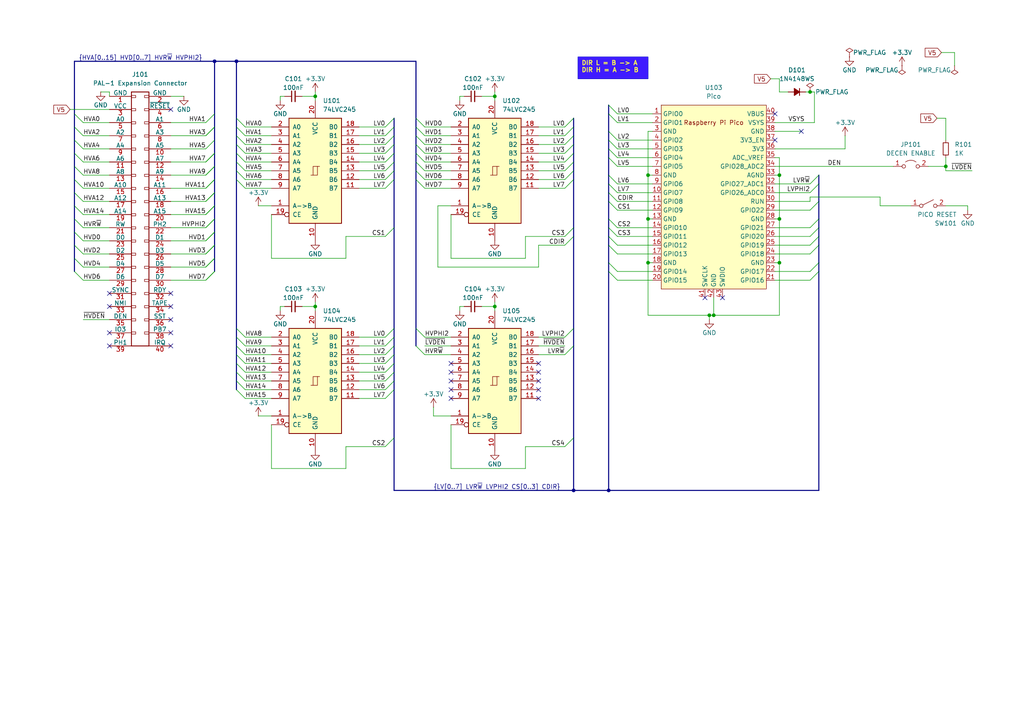
<source format=kicad_sch>
(kicad_sch (version 20231120) (generator "eeschema") (generator_version "8.0")
  (paper "A4")
  (lib_symbols
    (symbol "74xx:74LS245" (pin_names (offset 1.016))
      (property "Reference" "U" (at -7.62 16.51 0))
      (property "Value" "74LS245" (at -7.62 -16.51 0))
      (symbol "74LS245_1_0"
        (pin input line (at -12.7 -10.16 0) (length 5.08) (name "A->B") (number "1"))
        (pin power_in line (at 0 -20.32 90) (length 5.08) (name "GND") (number "10"))
        (pin tri_state line (at 12.7 -5.08 180) (length 5.08) (name "B7") (number "11"))
        (pin tri_state line (at 12.7 -2.54 180) (length 5.08) (name "B6") (number "12"))
        (pin tri_state line (at 12.7 0 180) (length 5.08) (name "B5") (number "13"))
        (pin tri_state line (at 12.7 2.54 180) (length 5.08) (name "B4") (number "14"))
        (pin tri_state line (at 12.7 5.08 180) (length 5.08) (name "B3") (number "15"))
        (pin tri_state line (at 12.7 7.62 180) (length 5.08) (name "B2") (number "16"))
        (pin tri_state line (at 12.7 10.16 180) (length 5.08) (name "B1") (number "17"))
        (pin tri_state line (at 12.7 12.7 180) (length 5.08) (name "B0") (number "18"))
        (pin input inverted (at -12.7 -12.7 0) (length 5.08) (name "CE") (number "19"))
        (pin tri_state line (at -12.7 12.7 0) (length 5.08) (name "A0") (number "2"))
        (pin power_in line (at 0 20.32 270) (length 5.08) (name "VCC") (number "20"))
        (pin tri_state line (at -12.7 10.16 0) (length 5.08) (name "A1") (number "3"))
        (pin tri_state line (at -12.7 7.62 0) (length 5.08) (name "A2") (number "4"))
        (pin tri_state line (at -12.7 5.08 0) (length 5.08) (name "A3") (number "5"))
        (pin tri_state line (at -12.7 2.54 0) (length 5.08) (name "A4") (number "6"))
        (pin tri_state line (at -12.7 0 0) (length 5.08) (name "A5") (number "7"))
        (pin tri_state line (at -12.7 -2.54 0) (length 5.08) (name "A6") (number "8"))
        (pin tri_state line (at -12.7 -5.08 0) (length 5.08) (name "A7") (number "9"))
      )
    )
    (symbol "Device:C_Small" (pin_numbers hide) (pin_names (offset 0.254) hide)
      (property "Reference" "C" (at 0.254 1.778 0))
      (property "Value" "C_Small" (at 0.254 -2.032 0))
      (symbol "C_Small_1_1"
        (pin passive line (at 0 2.54 270) (length 2.032) (name "~") (number "1"))
        (pin passive line (at 0 -2.54 90) (length 2.032) (name "~") (number "2"))
      )
    )
    (symbol "Device:D_Small_Filled" (pin_numbers hide) (pin_names (offset 0.254) hide)
      (property "Reference" "D" (at -1.27 2.032 0))
      (property "Value" "D_Small_Filled" (at -3.81 -2.032 0))
      (symbol "D_Small_Filled_1_1"
        (pin passive line (at -2.54 0 0) (length 1.778) (name "K") (number "1"))
        (pin passive line (at 2.54 0 180) (length 1.778) (name "A") (number "2"))
      )
    )
    (symbol "Device:R_Small" (pin_numbers hide) (pin_names (offset 0.254) hide)
      (property "Reference" "R" (at 0.762 0.508 0))
      (property "Value" "R_Small" (at 0.762 -1.016 0))
      (symbol "R_Small_1_1"
        (pin passive line (at 0 2.54 270) (length 0.762) (name "~") (number "1"))
        (pin passive line (at 0 -2.54 90) (length 0.762) (name "~") (number "2"))
      )
    )
    (symbol "Jumper:Jumper_2_Open" (pin_names (offset 0) hide)
      (property "Reference" "JP" (at 0 2.794 0))
      (property "Value" "Jumper_2_Open" (at 0 -2.286 0))
      (symbol "Jumper_2_Open_1_1"
        (pin passive line (at -5.08 0 0) (length 2.54) (name "A") (number "1"))
        (pin passive line (at 5.08 0 180) (length 2.54) (name "B") (number "2"))
      )
    )
    (symbol "RP-Pico:Pico"
      (property "Reference" "U" (at -13.97 27.94 0))
      (property "Value" "Pico" (at 0 19.05 0))
      (symbol "Pico_0_0"
        (text "Raspberry Pi Pico" (at 0 21.59 0) (effects (font (size 1.27 1.27))))
      )
      (symbol "Pico_1_1"
        (pin bidirectional line (at -17.78 24.13 0) (length 2.54) (name "GPIO0") (number "1"))
        (pin bidirectional line (at -17.78 1.27 0) (length 2.54) (name "GPIO7") (number "10"))
        (pin bidirectional line (at -17.78 -1.27 0) (length 2.54) (name "GPIO8") (number "11"))
        (pin bidirectional line (at -17.78 -3.81 0) (length 2.54) (name "GPIO9") (number "12"))
        (pin power_in line (at -17.78 -6.35 0) (length 2.54) (name "GND") (number "13"))
        (pin bidirectional line (at -17.78 -8.89 0) (length 2.54) (name "GPIO10") (number "14"))
        (pin bidirectional line (at -17.78 -11.43 0) (length 2.54) (name "GPIO11") (number "15"))
        (pin bidirectional line (at -17.78 -13.97 0) (length 2.54) (name "GPIO12") (number "16"))
        (pin bidirectional line (at -17.78 -16.51 0) (length 2.54) (name "GPIO13") (number "17"))
        (pin power_in line (at -17.78 -19.05 0) (length 2.54) (name "GND") (number "18"))
        (pin bidirectional line (at -17.78 -21.59 0) (length 2.54) (name "GPIO14") (number "19"))
        (pin bidirectional line (at -17.78 21.59 0) (length 2.54) (name "GPIO1") (number "2"))
        (pin bidirectional line (at -17.78 -24.13 0) (length 2.54) (name "GPIO15") (number "20"))
        (pin bidirectional line (at 17.78 -24.13 180) (length 2.54) (name "GPIO16") (number "21"))
        (pin bidirectional line (at 17.78 -21.59 180) (length 2.54) (name "GPIO17") (number "22"))
        (pin power_in line (at 17.78 -19.05 180) (length 2.54) (name "GND") (number "23"))
        (pin bidirectional line (at 17.78 -16.51 180) (length 2.54) (name "GPIO18") (number "24"))
        (pin bidirectional line (at 17.78 -13.97 180) (length 2.54) (name "GPIO19") (number "25"))
        (pin bidirectional line (at 17.78 -11.43 180) (length 2.54) (name "GPIO20") (number "26"))
        (pin bidirectional line (at 17.78 -8.89 180) (length 2.54) (name "GPIO21") (number "27"))
        (pin power_in line (at 17.78 -6.35 180) (length 2.54) (name "GND") (number "28"))
        (pin bidirectional line (at 17.78 -3.81 180) (length 2.54) (name "GPIO22") (number "29"))
        (pin power_in line (at -17.78 19.05 0) (length 2.54) (name "GND") (number "3"))
        (pin input line (at 17.78 -1.27 180) (length 2.54) (name "RUN") (number "30"))
        (pin bidirectional line (at 17.78 1.27 180) (length 2.54) (name "GPIO26_ADC0") (number "31"))
        (pin bidirectional line (at 17.78 3.81 180) (length 2.54) (name "GPIO27_ADC1") (number "32"))
        (pin power_in line (at 17.78 6.35 180) (length 2.54) (name "AGND") (number "33"))
        (pin bidirectional line (at 17.78 8.89 180) (length 2.54) (name "GPIO28_ADC2") (number "34"))
        (pin power_in line (at 17.78 11.43 180) (length 2.54) (name "ADC_VREF") (number "35"))
        (pin power_in line (at 17.78 13.97 180) (length 2.54) (name "3V3") (number "36"))
        (pin input line (at 17.78 16.51 180) (length 2.54) (name "3V3_EN") (number "37"))
        (pin bidirectional line (at 17.78 19.05 180) (length 2.54) (name "GND") (number "38"))
        (pin power_in line (at 17.78 21.59 180) (length 2.54) (name "VSYS") (number "39"))
        (pin bidirectional line (at -17.78 16.51 0) (length 2.54) (name "GPIO2") (number "4"))
        (pin power_in line (at 17.78 24.13 180) (length 2.54) (name "VBUS") (number "40"))
        (pin input line (at -2.54 -29.21 90) (length 2.54) (name "SWCLK") (number "41"))
        (pin power_in line (at 0 -29.21 90) (length 2.54) (name "GND") (number "42"))
        (pin bidirectional line (at 2.54 -29.21 90) (length 2.54) (name "SWDIO") (number "43"))
        (pin bidirectional line (at -17.78 13.97 0) (length 2.54) (name "GPIO3") (number "5"))
        (pin bidirectional line (at -17.78 11.43 0) (length 2.54) (name "GPIO4") (number "6"))
        (pin bidirectional line (at -17.78 8.89 0) (length 2.54) (name "GPIO5") (number "7"))
        (pin power_in line (at -17.78 6.35 0) (length 2.54) (name "GND") (number "8"))
        (pin bidirectional line (at -17.78 3.81 0) (length 2.54) (name "GPIO6") (number "9"))
      )
    )
    (symbol "Switch:SW_SPST" (pin_names (offset 0) hide)
      (property "Reference" "SW" (at 0 3.175 0))
      (property "Value" "SW_SPST" (at 0 -2.54 0))
      (symbol "SW_SPST_1_1"
        (pin passive line (at -5.08 0 0) (length 2.54) (name "A") (number "1"))
        (pin passive line (at 5.08 0 180) (length 2.54) (name "B") (number "2"))
      )
    )
    (symbol "pal1:Expansion_Connector" (pin_names (offset 0))
      (property "Reference" "J" (at 1.285 25.4 0))
      (property "Value" "PAL-1 Expansion Connector" (at 1.27 -55.118 0))
      (symbol "Expansion_Connector_1_1"
        (pin power_in line (at -7.62 22.86 0) (length 6.35) (name "GND") (number "1"))
        (pin passive line (at 10.16 7.62 180) (length 6.35) (name "A5") (number "10"))
        (pin passive line (at -7.62 3.81 0) (length 6.35) (name "A6") (number "11"))
        (pin passive line (at 10.16 3.81 180) (length 6.35) (name "A7") (number "12"))
        (pin passive line (at -7.62 0 0) (length 6.35) (name "A8") (number "13"))
        (pin passive line (at 10.16 0 180) (length 6.35) (name "A9") (number "14"))
        (pin passive line (at -7.62 -3.81 0) (length 6.35) (name "A10") (number "15"))
        (pin passive line (at 10.16 -3.81 180) (length 6.35) (name "A11") (number "16"))
        (pin passive line (at -7.62 -7.62 0) (length 6.35) (name "A12") (number "17"))
        (pin passive line (at 10.16 -7.62 180) (length 6.35) (name "A13") (number "18"))
        (pin passive line (at -7.62 -11.43 0) (length 6.35) (name "A14") (number "19"))
        (pin power_in line (at 10.16 22.86 180) (length 6.35) (name "GND") (number "2"))
        (pin passive line (at 10.16 -11.43 180) (length 6.35) (name "A15") (number "20"))
        (pin passive line (at -7.62 -15.24 0) (length 6.35) (name "RW") (number "21"))
        (pin passive line (at 10.16 -15.24 180) (length 6.35) (name "PH2") (number "22"))
        (pin passive line (at -7.62 -19.05 0) (length 6.35) (name "D0") (number "23"))
        (pin passive line (at 10.16 -19.05 180) (length 6.35) (name "D1") (number "24"))
        (pin passive line (at -7.62 -22.86 0) (length 6.35) (name "D2") (number "25"))
        (pin passive line (at 10.16 -22.86 180) (length 6.35) (name "D3") (number "26"))
        (pin passive line (at -7.62 -26.67 0) (length 6.35) (name "D4") (number "27"))
        (pin passive line (at 10.16 -26.67 180) (length 6.35) (name "D5") (number "28"))
        (pin passive line (at -7.62 -30.48 0) (length 6.35) (name "D6") (number "29"))
        (pin passive line (at -7.62 19.05 0) (length 6.35) (name "VCC") (number "3"))
        (pin passive line (at 10.16 -30.48 180) (length 6.35) (name "D7") (number "30"))
        (pin passive line (at -7.62 -34.29 0) (length 6.35) (name "SYNC") (number "31"))
        (pin passive line (at 10.16 -34.29 180) (length 6.35) (name "RDY") (number "32"))
        (pin passive line (at -7.62 -38.1 0) (length 6.35) (name "NMI") (number "33"))
        (pin passive line (at 10.16 -38.1 180) (length 6.35) (name "TAPE") (number "34"))
        (pin passive line (at -7.62 -41.91 0) (length 6.35) (name "DEN") (number "35"))
        (pin passive line (at 10.16 -41.91 180) (length 6.35) (name "SST") (number "36"))
        (pin passive line (at -7.62 -45.72 0) (length 6.35) (name "IO3") (number "37"))
        (pin passive line (at 10.16 -45.72 180) (length 6.35) (name "PB7") (number "38"))
        (pin passive line (at -7.62 -49.53 0) (length 6.35) (name "PH1") (number "39"))
        (pin passive line (at 10.16 19.05 180) (length 6.35) (name "~{RESET}") (number "4"))
        (pin passive line (at 10.16 -49.53 180) (length 6.35) (name "IRQ") (number "40"))
        (pin passive line (at -7.62 15.24 0) (length 6.35) (name "A0") (number "5"))
        (pin passive line (at 10.16 15.24 180) (length 6.35) (name "A1") (number "6"))
        (pin passive line (at -7.62 11.43 0) (length 6.35) (name "A2") (number "7"))
        (pin passive line (at 10.16 11.43 180) (length 6.35) (name "A3") (number "8"))
        (pin passive line (at -7.62 7.62 0) (length 6.35) (name "A4") (number "9"))
      )
    )
    (symbol "power:+3.3V" (power) (pin_numbers hide) (pin_names (offset 0) hide)
      (property "Value" "+3.3V" (at 0 3.556 0))
      (symbol "+3.3V_1_1"
        (pin power_in line (at 0 0 90) (length 0) (name "~") (number "1"))
      )
    )
    (symbol "power:GND" (power) (pin_numbers hide) (pin_names (offset 0) hide)
      (property "Value" "GND" (at 0 -3.81 0))
      (symbol "GND_1_1"
        (pin power_in line (at 0 0 270) (length 0) (name "~") (number "1"))
      )
    )
    (symbol "power:PWR_FLAG" (power) (pin_numbers hide) (pin_names (offset 0) hide)
      (property "Value" "PWR_FLAG" (at 0 3.81 0))
      (symbol "PWR_FLAG_0_0"
        (pin power_out line (at 0 0 90) (length 0) (name "~") (number "1"))
      )
    )
  )
  (junction (at 187.96 50.8))
  (junction (at 68.58 17.78))
  (junction (at 143.51 27.94))
  (junction (at 226.06 63.5))
  (junction (at 91.44 88.9))
  (junction (at 176.53 142.24))
  (junction (at 226.06 76.2))
  (junction (at 187.96 76.2))
  (junction (at 62.23 17.78))
  (junction (at 226.06 50.8))
  (junction (at 234.95 26.67))
  (junction (at 207.01 91.44))
  (junction (at 166.37 142.24))
  (junction (at 143.51 88.9))
  (junction (at 205.74 91.44))
  (junction (at 274.32 48.26))
  (junction (at 187.96 63.5))
  (junction (at 91.44 27.94))
  (no_connect (at 130.81 115.57))
  (no_connect (at 130.81 107.95))
  (no_connect (at 31.75 85.09))
  (no_connect (at 156.21 115.57))
  (no_connect (at 156.21 113.03))
  (no_connect (at 49.53 92.71))
  (no_connect (at 156.21 110.49))
  (no_connect (at 224.79 33.02))
  (no_connect (at 49.53 96.52))
  (no_connect (at 49.53 85.09))
  (no_connect (at 156.21 107.95))
  (no_connect (at 130.81 110.49))
  (no_connect (at 224.79 40.64))
  (no_connect (at 49.53 88.9))
  (no_connect (at 31.75 88.9))
  (no_connect (at 156.21 105.41))
  (no_connect (at 130.81 105.41))
  (no_connect (at 49.53 31.75))
  (no_connect (at 31.75 96.52))
  (no_connect (at 49.53 100.33))
  (no_connect (at 204.47 86.36))
  (no_connect (at 209.55 86.36))
  (no_connect (at 31.75 100.33))
  (no_connect (at 232.41 38.1))
  (no_connect (at 130.81 113.03))
  (bus_entry (at 59.69 69.85) (size 2.54 -2.54))
  (bus_entry (at 176.53 76.2) (size 2.54 2.54))
  (bus_entry (at 111.76 39.37) (size 2.54 -2.54))
  (bus_entry (at 237.49 58.42) (size -2.54 2.54))
  (bus_entry (at 59.69 35.56) (size 2.54 -2.54))
  (bus_entry (at 176.53 71.12) (size 2.54 2.54))
  (bus_entry (at 68.58 110.49) (size 2.54 2.54))
  (bus_entry (at 120.65 46.99) (size 2.54 2.54))
  (bus_entry (at 21.59 74.93) (size 2.54 2.54))
  (bus_entry (at 163.83 44.45) (size 2.54 -2.54))
  (bus_entry (at 176.53 58.42) (size 2.54 2.54))
  (bus_entry (at 237.49 50.8) (size -2.54 2.54))
  (bus_entry (at 163.83 102.87) (size 2.54 -2.54))
  (bus_entry (at 21.59 36.83) (size 2.54 2.54))
  (bus_entry (at 21.59 55.88) (size 2.54 2.54))
  (bus_entry (at 176.53 40.64) (size 2.54 2.54))
  (bus_entry (at 176.53 33.02) (size 2.54 2.54))
  (bus_entry (at 111.76 41.91) (size 2.54 -2.54))
  (bus_entry (at 176.53 66.04) (size 2.54 2.54))
  (bus_entry (at 237.49 66.04) (size -2.54 2.54))
  (bus_entry (at 176.53 30.48) (size 2.54 2.54))
  (bus_entry (at 111.76 54.61) (size 2.54 -2.54))
  (bus_entry (at 111.76 68.58) (size 2.54 -2.54))
  (bus_entry (at 68.58 100.33) (size 2.54 2.54))
  (bus_entry (at 111.76 97.79) (size 2.54 -2.54))
  (bus_entry (at 59.69 58.42) (size 2.54 -2.54))
  (bus_entry (at 111.76 46.99) (size 2.54 -2.54))
  (bus_entry (at 176.53 78.74) (size 2.54 2.54))
  (bus_entry (at 176.53 68.58) (size 2.54 2.54))
  (bus_entry (at 176.53 63.5) (size 2.54 2.54))
  (bus_entry (at 163.83 97.79) (size 2.54 -2.54))
  (bus_entry (at 68.58 46.99) (size 2.54 2.54))
  (bus_entry (at 176.53 43.18) (size 2.54 2.54))
  (bus_entry (at 59.69 39.37) (size 2.54 -2.54))
  (bus_entry (at 237.49 78.74) (size -2.54 2.54))
  (bus_entry (at 68.58 52.07) (size 2.54 2.54))
  (bus_entry (at 176.53 55.88) (size 2.54 2.54))
  (bus_entry (at 111.76 110.49) (size 2.54 -2.54))
  (bus_entry (at 176.53 50.8) (size 2.54 2.54))
  (bus_entry (at 120.65 44.45) (size 2.54 2.54))
  (bus_entry (at 163.83 46.99) (size 2.54 -2.54))
  (bus_entry (at 163.83 129.54) (size 2.54 -2.54))
  (bus_entry (at 111.76 113.03) (size 2.54 -2.54))
  (bus_entry (at 176.53 38.1) (size 2.54 2.54))
  (bus_entry (at 111.76 44.45) (size 2.54 -2.54))
  (bus_entry (at 120.65 100.33) (size 2.54 2.54))
  (bus_entry (at 21.59 44.45) (size 2.54 2.54))
  (bus_entry (at 59.69 54.61) (size 2.54 -2.54))
  (bus_entry (at 237.49 53.34) (size -2.54 2.54))
  (bus_entry (at 163.83 54.61) (size 2.54 -2.54))
  (bus_entry (at 120.65 95.25) (size 2.54 2.54))
  (bus_entry (at 59.69 46.99) (size 2.54 -2.54))
  (bus_entry (at 59.69 62.23) (size 2.54 -2.54))
  (bus_entry (at 111.76 52.07) (size 2.54 -2.54))
  (bus_entry (at 120.65 52.07) (size 2.54 2.54))
  (bus_entry (at 120.65 39.37) (size 2.54 2.54))
  (bus_entry (at 163.83 52.07) (size 2.54 -2.54))
  (bus_entry (at 237.49 63.5) (size -2.54 2.54))
  (bus_entry (at 111.76 49.53) (size 2.54 -2.54))
  (bus_entry (at 111.76 100.33) (size 2.54 -2.54))
  (bus_entry (at 68.58 39.37) (size 2.54 2.54))
  (bus_entry (at 176.53 53.34) (size 2.54 2.54))
  (bus_entry (at 21.59 40.64) (size 2.54 2.54))
  (bus_entry (at 59.69 50.8) (size 2.54 -2.54))
  (bus_entry (at 237.49 76.2) (size -2.54 2.54))
  (bus_entry (at 59.69 54.61) (size 2.54 -2.54))
  (bus_entry (at 111.76 107.95) (size 2.54 -2.54))
  (bus_entry (at 68.58 102.87) (size 2.54 2.54))
  (bus_entry (at 21.59 63.5) (size 2.54 2.54))
  (bus_entry (at 59.69 73.66) (size 2.54 -2.54))
  (bus_entry (at 111.76 36.83) (size 2.54 -2.54))
  (bus_entry (at 111.76 129.54) (size 2.54 -2.54))
  (bus_entry (at 68.58 113.03) (size 2.54 2.54))
  (bus_entry (at 111.76 105.41) (size 2.54 -2.54))
  (bus_entry (at 59.69 73.66) (size 2.54 -2.54))
  (bus_entry (at 68.58 105.41) (size 2.54 2.54))
  (bus_entry (at 237.49 71.12) (size -2.54 2.54))
  (bus_entry (at 59.69 39.37) (size 2.54 -2.54))
  (bus_entry (at 68.58 34.29) (size 2.54 2.54))
  (bus_entry (at 21.59 67.31) (size 2.54 2.54))
  (bus_entry (at 59.69 50.8) (size 2.54 -2.54))
  (bus_entry (at 120.65 34.29) (size 2.54 2.54))
  (bus_entry (at 163.83 49.53) (size 2.54 -2.54))
  (bus_entry (at 120.65 36.83) (size 2.54 2.54))
  (bus_entry (at 163.83 68.58) (size 2.54 -2.54))
  (bus_entry (at 68.58 97.79) (size 2.54 2.54))
  (bus_entry (at 176.53 45.72) (size 2.54 2.54))
  (bus_entry (at 59.69 77.47) (size 2.54 -2.54))
  (bus_entry (at 163.83 71.12) (size 2.54 -2.54))
  (bus_entry (at 120.65 41.91) (size 2.54 2.54))
  (bus_entry (at 59.69 77.47) (size 2.54 -2.54))
  (bus_entry (at 59.69 58.42) (size 2.54 -2.54))
  (bus_entry (at 111.76 115.57) (size 2.54 -2.54))
  (bus_entry (at 21.59 48.26) (size 2.54 2.54))
  (bus_entry (at 59.69 62.23) (size 2.54 -2.54))
  (bus_entry (at 68.58 95.25) (size 2.54 2.54))
  (bus_entry (at 21.59 71.12) (size 2.54 2.54))
  (bus_entry (at 59.69 69.85) (size 2.54 -2.54))
  (bus_entry (at 59.69 81.28) (size 2.54 -2.54))
  (bus_entry (at 68.58 44.45) (size 2.54 2.54))
  (bus_entry (at 68.58 107.95) (size 2.54 2.54))
  (bus_entry (at 68.58 49.53) (size 2.54 2.54))
  (bus_entry (at 21.59 59.69) (size 2.54 2.54))
  (bus_entry (at 163.83 36.83) (size 2.54 -2.54))
  (bus_entry (at 111.76 102.87) (size 2.54 -2.54))
  (bus_entry (at 21.59 52.07) (size 2.54 2.54))
  (bus_entry (at 59.69 43.18) (size 2.54 -2.54))
  (bus_entry (at 163.83 41.91) (size 2.54 -2.54))
  (bus_entry (at 59.69 81.28) (size 2.54 -2.54))
  (bus_entry (at 59.69 66.04) (size 2.54 -2.54))
  (bus_entry (at 68.58 41.91) (size 2.54 2.54))
  (bus_entry (at 163.83 39.37) (size 2.54 -2.54))
  (bus_entry (at 68.58 36.83) (size 2.54 2.54))
  (bus_entry (at 21.59 78.74) (size 2.54 2.54))
  (bus_entry (at 59.69 46.99) (size 2.54 -2.54))
  (bus_entry (at 120.65 49.53) (size 2.54 2.54))
  (bus_entry (at 237.49 68.58) (size -2.54 2.54))
  (bus_entry (at 59.69 66.04) (size 2.54 -2.54))
  (bus_entry (at 21.59 33.02) (size 2.54 2.54))
  (bus (pts (xy 120.65 49.53) (xy 120.65 52.07)))
  (wire (pts (xy 81.28 29.21) (xy 81.28 27.94)))
  (wire (pts (xy 179.07 73.66) (xy 189.23 73.66)))
  (wire (pts (xy 224.79 63.5) (xy 226.06 63.5)))
  (bus (pts (xy 237.49 68.58) (xy 237.49 71.12)))
  (wire (pts (xy 100.33 74.93) (xy 100.33 68.58)))
  (wire (pts (xy 274.32 49.53) (xy 281.94 49.53)))
  (wire (pts (xy 49.53 43.18) (xy 59.69 43.18)))
  (wire (pts (xy 123.19 46.99) (xy 130.81 46.99)))
  (wire (pts (xy 91.44 27.94) (xy 91.44 29.21)))
  (wire (pts (xy 179.07 33.02) (xy 189.23 33.02)))
  (wire (pts (xy 143.51 88.9) (xy 143.51 90.17)))
  (wire (pts (xy 81.28 90.17) (xy 81.28 88.9)))
  (wire (pts (xy 179.07 48.26) (xy 189.23 48.26)))
  (bus (pts (xy 176.53 38.1) (xy 176.53 40.64)))
  (bus (pts (xy 114.3 127) (xy 114.3 142.24)))
  (wire (pts (xy 29.21 26.67) (xy 31.75 26.67)))
  (wire (pts (xy 87.63 88.9) (xy 91.44 88.9)))
  (wire (pts (xy 143.51 26.67) (xy 143.51 27.94)))
  (bus (pts (xy 114.3 107.95) (xy 114.3 110.49)))
  (wire (pts (xy 130.81 135.89) (xy 152.4 135.89)))
  (wire (pts (xy 71.12 97.79) (xy 78.74 97.79)))
  (wire (pts (xy 133.35 90.17) (xy 133.35 88.9)))
  (wire (pts (xy 130.81 62.23) (xy 130.81 74.93)))
  (wire (pts (xy 228.6 26.67) (xy 226.06 26.67)))
  (wire (pts (xy 156.21 36.83) (xy 163.83 36.83)))
  (wire (pts (xy 236.22 26.67) (xy 236.22 35.56)))
  (wire (pts (xy 133.35 27.94) (xy 134.62 27.94)))
  (bus (pts (xy 62.23 40.64) (xy 62.23 44.45)))
  (wire (pts (xy 127 77.47) (xy 156.21 77.47)))
  (wire (pts (xy 130.81 120.65) (xy 125.73 120.65)))
  (wire (pts (xy 71.12 102.87) (xy 78.74 102.87)))
  (wire (pts (xy 123.19 100.33) (xy 130.81 100.33)))
  (bus (pts (xy 62.23 17.78) (xy 68.58 17.78)))
  (wire (pts (xy 156.21 39.37) (xy 163.83 39.37)))
  (bus (pts (xy 68.58 17.78) (xy 68.58 34.29)))
  (wire (pts (xy 224.79 58.42) (xy 234.95 58.42)))
  (wire (pts (xy 49.53 27.94) (xy 53.34 27.94)))
  (bus (pts (xy 237.49 76.2) (xy 237.49 78.74)))
  (wire (pts (xy 71.12 107.95) (xy 78.74 107.95)))
  (bus (pts (xy 68.58 102.87) (xy 68.58 105.41)))
  (wire (pts (xy 81.28 88.9) (xy 82.55 88.9)))
  (bus (pts (xy 166.37 68.58) (xy 166.37 95.25)))
  (bus (pts (xy 21.59 59.69) (xy 21.59 63.5)))
  (wire (pts (xy 123.19 44.45) (xy 130.81 44.45)))
  (bus (pts (xy 114.3 95.25) (xy 114.3 97.79)))
  (wire (pts (xy 274.32 48.26) (xy 274.32 49.53)))
  (wire (pts (xy 179.07 53.34) (xy 189.23 53.34)))
  (bus (pts (xy 62.23 17.78) (xy 62.23 33.02)))
  (bus (pts (xy 176.53 71.12) (xy 176.53 76.2)))
  (wire (pts (xy 104.14 115.57) (xy 111.76 115.57)))
  (wire (pts (xy 224.79 50.8) (xy 226.06 50.8)))
  (bus (pts (xy 68.58 49.53) (xy 68.58 52.07)))
  (wire (pts (xy 24.13 73.66) (xy 31.75 73.66)))
  (wire (pts (xy 234.95 68.58) (xy 224.79 68.58)))
  (bus (pts (xy 21.59 74.93) (xy 21.59 78.74)))
  (wire (pts (xy 156.21 102.87) (xy 163.83 102.87)))
  (wire (pts (xy 24.13 62.23) (xy 31.75 62.23)))
  (wire (pts (xy 234.95 81.28) (xy 224.79 81.28)))
  (wire (pts (xy 234.95 58.42) (xy 234.95 57.15)))
  (bus (pts (xy 166.37 41.91) (xy 166.37 44.45)))
  (bus (pts (xy 21.59 40.64) (xy 21.59 36.83)))
  (wire (pts (xy 71.12 115.57) (xy 78.74 115.57)))
  (wire (pts (xy 273.05 15.24) (xy 276.86 15.24)))
  (bus (pts (xy 62.23 74.93) (xy 62.23 78.74)))
  (wire (pts (xy 255.27 59.69) (xy 264.16 59.69)))
  (bus (pts (xy 114.3 34.29) (xy 114.3 36.83)))
  (wire (pts (xy 81.28 27.94) (xy 82.55 27.94)))
  (wire (pts (xy 71.12 105.41) (xy 78.74 105.41)))
  (wire (pts (xy 187.96 91.44) (xy 205.74 91.44)))
  (wire (pts (xy 74.93 120.65) (xy 78.74 120.65)))
  (wire (pts (xy 179.07 66.04) (xy 189.23 66.04)))
  (wire (pts (xy 71.12 113.03) (xy 78.74 113.03)))
  (wire (pts (xy 156.21 100.33) (xy 163.83 100.33)))
  (wire (pts (xy 224.79 76.2) (xy 226.06 76.2)))
  (bus (pts (xy 114.3 39.37) (xy 114.3 41.91)))
  (wire (pts (xy 49.53 46.99) (xy 59.69 46.99)))
  (bus (pts (xy 166.37 34.29) (xy 166.37 36.83)))
  (bus (pts (xy 166.37 46.99) (xy 166.37 49.53)))
  (wire (pts (xy 125.73 118.11) (xy 125.73 120.65)))
  (wire (pts (xy 91.44 87.63) (xy 91.44 88.9)))
  (bus (pts (xy 21.59 52.07) (xy 21.59 48.26)))
  (bus (pts (xy 237.49 53.34) (xy 237.49 58.42)))
  (wire (pts (xy 139.7 88.9) (xy 143.51 88.9)))
  (bus (pts (xy 120.65 34.29) (xy 120.65 36.83)))
  (wire (pts (xy 269.24 48.26) (xy 274.32 48.26)))
  (wire (pts (xy 104.14 52.07) (xy 111.76 52.07)))
  (wire (pts (xy 223.52 22.86) (xy 226.06 22.86)))
  (wire (pts (xy 24.13 46.99) (xy 31.75 46.99)))
  (bus (pts (xy 114.3 52.07) (xy 114.3 66.04)))
  (bus (pts (xy 62.23 71.12) (xy 62.23 74.93)))
  (bus (pts (xy 114.3 44.45) (xy 114.3 46.99)))
  (wire (pts (xy 179.07 60.96) (xy 189.23 60.96)))
  (wire (pts (xy 123.19 97.79) (xy 130.81 97.79)))
  (bus (pts (xy 114.3 66.04) (xy 114.3 95.25)))
  (wire (pts (xy 234.95 78.74) (xy 224.79 78.74)))
  (wire (pts (xy 224.79 45.72) (xy 226.06 45.72)))
  (bus (pts (xy 62.23 36.83) (xy 62.23 40.64)))
  (wire (pts (xy 226.06 63.5) (xy 226.06 76.2)))
  (bus (pts (xy 68.58 95.25) (xy 68.58 97.79)))
  (wire (pts (xy 49.53 50.8) (xy 59.69 50.8)))
  (wire (pts (xy 179.07 78.74) (xy 189.23 78.74)))
  (bus (pts (xy 166.37 66.04) (xy 166.37 68.58)))
  (bus (pts (xy 68.58 41.91) (xy 68.58 44.45)))
  (wire (pts (xy 156.21 71.12) (xy 156.21 77.47)))
  (bus (pts (xy 68.58 44.45) (xy 68.58 46.99)))
  (wire (pts (xy 130.81 123.19) (xy 130.81 135.89)))
  (wire (pts (xy 104.14 41.91) (xy 111.76 41.91)))
  (bus (pts (xy 166.37 127) (xy 166.37 142.24)))
  (wire (pts (xy 49.53 62.23) (xy 59.69 62.23)))
  (wire (pts (xy 226.06 45.72) (xy 226.06 50.8)))
  (bus (pts (xy 62.23 52.07) (xy 62.23 55.88)))
  (wire (pts (xy 224.79 43.18) (xy 245.11 43.18)))
  (wire (pts (xy 24.13 35.56) (xy 31.75 35.56)))
  (wire (pts (xy 187.96 63.5) (xy 189.23 63.5)))
  (bus (pts (xy 237.49 66.04) (xy 237.49 68.58)))
  (bus (pts (xy 68.58 36.83) (xy 68.58 39.37)))
  (wire (pts (xy 24.13 81.28) (xy 31.75 81.28)))
  (wire (pts (xy 274.32 59.69) (xy 280.67 59.69)))
  (bus (pts (xy 21.59 59.69) (xy 21.59 55.88)))
  (wire (pts (xy 78.74 135.89) (xy 100.33 135.89)))
  (wire (pts (xy 234.95 66.04) (xy 224.79 66.04)))
  (wire (pts (xy 152.4 135.89) (xy 152.4 129.54)))
  (wire (pts (xy 71.12 54.61) (xy 78.74 54.61)))
  (bus (pts (xy 114.3 102.87) (xy 114.3 105.41)))
  (wire (pts (xy 24.13 54.61) (xy 31.75 54.61)))
  (bus (pts (xy 166.37 52.07) (xy 166.37 66.04)))
  (wire (pts (xy 234.95 73.66) (xy 224.79 73.66)))
  (wire (pts (xy 104.14 100.33) (xy 111.76 100.33)))
  (bus (pts (xy 176.53 76.2) (xy 176.53 78.74)))
  (wire (pts (xy 104.14 113.03) (xy 111.76 113.03)))
  (wire (pts (xy 189.23 38.1) (xy 187.96 38.1)))
  (wire (pts (xy 100.33 68.58) (xy 111.76 68.58)))
  (wire (pts (xy 24.13 43.18) (xy 31.75 43.18)))
  (wire (pts (xy 24.13 66.04) (xy 31.75 66.04)))
  (wire (pts (xy 104.14 102.87) (xy 111.76 102.87)))
  (wire (pts (xy 24.13 39.37) (xy 31.75 39.37)))
  (bus (pts (xy 166.37 44.45) (xy 166.37 46.99)))
  (bus (pts (xy 62.23 44.45) (xy 62.23 48.26)))
  (bus (pts (xy 120.65 36.83) (xy 120.65 39.37)))
  (wire (pts (xy 71.12 49.53) (xy 78.74 49.53)))
  (wire (pts (xy 234.95 26.67) (xy 236.22 26.67)))
  (bus (pts (xy 166.37 100.33) (xy 166.37 127)))
  (bus (pts (xy 21.59 71.12) (xy 21.59 74.93)))
  (wire (pts (xy 20.32 31.75) (xy 31.75 31.75)))
  (wire (pts (xy 71.12 44.45) (xy 78.74 44.45)))
  (wire (pts (xy 233.68 26.67) (xy 234.95 26.67)))
  (bus (pts (xy 68.58 100.33) (xy 68.58 102.87)))
  (bus (pts (xy 114.3 100.33) (xy 114.3 102.87)))
  (wire (pts (xy 156.21 71.12) (xy 163.83 71.12)))
  (wire (pts (xy 179.07 43.18) (xy 189.23 43.18)))
  (bus (pts (xy 237.49 71.12) (xy 237.49 76.2)))
  (wire (pts (xy 49.53 69.85) (xy 59.69 69.85)))
  (wire (pts (xy 104.14 97.79) (xy 111.76 97.79)))
  (wire (pts (xy 130.81 74.93) (xy 152.4 74.93)))
  (wire (pts (xy 234.95 60.96) (xy 224.79 60.96)))
  (wire (pts (xy 49.53 54.61) (xy 59.69 54.61)))
  (wire (pts (xy 123.19 36.83) (xy 130.81 36.83)))
  (bus (pts (xy 62.23 33.02) (xy 62.23 36.83)))
  (bus (pts (xy 68.58 105.41) (xy 68.58 107.95)))
  (wire (pts (xy 104.14 107.95) (xy 111.76 107.95)))
  (bus (pts (xy 120.65 52.07) (xy 120.65 95.25)))
  (bus (pts (xy 176.53 66.04) (xy 176.53 68.58)))
  (bus (pts (xy 62.23 63.5) (xy 62.23 67.31)))
  (bus (pts (xy 237.49 78.74) (xy 237.49 142.24)))
  (bus (pts (xy 176.53 45.72) (xy 176.53 50.8)))
  (wire (pts (xy 179.07 68.58) (xy 189.23 68.58)))
  (wire (pts (xy 152.4 74.93) (xy 152.4 68.58)))
  (bus (pts (xy 176.53 55.88) (xy 176.53 58.42)))
  (wire (pts (xy 78.74 123.19) (xy 78.74 135.89)))
  (wire (pts (xy 274.32 40.64) (xy 274.32 34.29)))
  (bus (pts (xy 176.53 68.58) (xy 176.53 71.12)))
  (wire (pts (xy 24.13 69.85) (xy 31.75 69.85)))
  (wire (pts (xy 78.74 74.93) (xy 100.33 74.93)))
  (wire (pts (xy 71.12 100.33) (xy 78.74 100.33)))
  (bus (pts (xy 114.3 49.53) (xy 114.3 52.07)))
  (wire (pts (xy 179.07 58.42) (xy 189.23 58.42)))
  (wire (pts (xy 156.21 46.99) (xy 163.83 46.99)))
  (wire (pts (xy 143.51 87.63) (xy 143.51 88.9)))
  (bus (pts (xy 166.37 36.83) (xy 166.37 39.37)))
  (wire (pts (xy 152.4 68.58) (xy 163.83 68.58)))
  (bus (pts (xy 21.59 36.83) (xy 21.59 33.02)))
  (wire (pts (xy 280.67 60.96) (xy 280.67 59.69)))
  (wire (pts (xy 187.96 76.2) (xy 187.96 91.44)))
  (wire (pts (xy 49.53 77.47) (xy 59.69 77.47)))
  (bus (pts (xy 237.49 50.8) (xy 237.49 53.34)))
  (wire (pts (xy 123.19 52.07) (xy 130.81 52.07)))
  (wire (pts (xy 245.11 43.18) (xy 245.11 39.37)))
  (bus (pts (xy 114.3 110.49) (xy 114.3 113.03)))
  (bus (pts (xy 166.37 142.24) (xy 176.53 142.24)))
  (bus (pts (xy 68.58 97.79) (xy 68.58 100.33)))
  (bus (pts (xy 166.37 39.37) (xy 166.37 41.91)))
  (wire (pts (xy 127 77.47) (xy 127 59.69)))
  (wire (pts (xy 49.53 35.56) (xy 59.69 35.56)))
  (bus (pts (xy 114.3 97.79) (xy 114.3 100.33)))
  (bus (pts (xy 120.65 46.99) (xy 120.65 49.53)))
  (bus (pts (xy 166.37 49.53) (xy 166.37 52.07)))
  (bus (pts (xy 176.53 142.24) (xy 237.49 142.24)))
  (wire (pts (xy 187.96 50.8) (xy 187.96 63.5)))
  (wire (pts (xy 179.07 35.56) (xy 189.23 35.56)))
  (bus (pts (xy 120.65 17.78) (xy 120.65 34.29)))
  (wire (pts (xy 104.14 105.41) (xy 111.76 105.41)))
  (bus (pts (xy 114.3 46.99) (xy 114.3 49.53)))
  (bus (pts (xy 62.23 55.88) (xy 62.23 59.69)))
  (wire (pts (xy 187.96 50.8) (xy 189.23 50.8)))
  (wire (pts (xy 49.53 66.04) (xy 59.69 66.04)))
  (bus (pts (xy 176.53 40.64) (xy 176.53 43.18)))
  (bus (pts (xy 68.58 39.37) (xy 68.58 41.91)))
  (bus (pts (xy 21.59 33.02) (xy 21.59 17.78)))
  (bus (pts (xy 114.3 142.24) (xy 166.37 142.24)))
  (wire (pts (xy 226.06 50.8) (xy 226.06 63.5)))
  (wire (pts (xy 179.07 81.28) (xy 189.23 81.28)))
  (wire (pts (xy 87.63 27.94) (xy 91.44 27.94)))
  (wire (pts (xy 187.96 38.1) (xy 187.96 50.8)))
  (wire (pts (xy 143.51 27.94) (xy 143.51 29.21)))
  (wire (pts (xy 49.53 81.28) (xy 59.69 81.28)))
  (bus (pts (xy 176.53 30.48) (xy 176.53 33.02)))
  (wire (pts (xy 205.74 92.71) (xy 205.74 91.44)))
  (bus (pts (xy 68.58 34.29) (xy 68.58 36.83)))
  (bus (pts (xy 176.53 43.18) (xy 176.53 45.72)))
  (bus (pts (xy 114.3 41.91) (xy 114.3 44.45)))
  (wire (pts (xy 24.13 58.42) (xy 31.75 58.42)))
  (wire (pts (xy 78.74 62.23) (xy 78.74 74.93)))
  (wire (pts (xy 71.12 52.07) (xy 78.74 52.07)))
  (bus (pts (xy 114.3 105.41) (xy 114.3 107.95)))
  (bus (pts (xy 176.53 53.34) (xy 176.53 55.88)))
  (wire (pts (xy 156.21 49.53) (xy 163.83 49.53)))
  (bus (pts (xy 114.3 36.83) (xy 114.3 39.37)))
  (wire (pts (xy 24.13 92.71) (xy 31.75 92.71)))
  (wire (pts (xy 100.33 135.89) (xy 100.33 129.54)))
  (wire (pts (xy 71.12 39.37) (xy 78.74 39.37)))
  (wire (pts (xy 123.19 41.91) (xy 130.81 41.91)))
  (bus (pts (xy 62.23 59.69) (xy 62.23 63.5)))
  (bus (pts (xy 166.37 95.25) (xy 166.37 100.33)))
  (wire (pts (xy 224.79 35.56) (xy 236.22 35.56)))
  (wire (pts (xy 123.19 49.53) (xy 130.81 49.53)))
  (wire (pts (xy 207.01 91.44) (xy 226.06 91.44)))
  (bus (pts (xy 114.3 113.03) (xy 114.3 127)))
  (wire (pts (xy 78.74 59.69) (xy 74.93 59.69)))
  (wire (pts (xy 207.01 86.36) (xy 207.01 91.44)))
  (wire (pts (xy 276.86 15.24) (xy 276.86 19.05)))
  (bus (pts (xy 237.49 63.5) (xy 237.49 66.04)))
  (wire (pts (xy 104.14 39.37) (xy 111.76 39.37)))
  (wire (pts (xy 139.7 27.94) (xy 143.51 27.94)))
  (wire (pts (xy 234.95 53.34) (xy 224.79 53.34)))
  (wire (pts (xy 49.53 73.66) (xy 59.69 73.66)))
  (wire (pts (xy 187.96 76.2) (xy 189.23 76.2)))
  (bus (pts (xy 176.53 58.42) (xy 176.53 63.5)))
  (wire (pts (xy 91.44 26.67) (xy 91.44 27.94)))
  (bus (pts (xy 176.53 63.5) (xy 176.53 66.04)))
  (wire (pts (xy 226.06 76.2) (xy 226.06 91.44)))
  (wire (pts (xy 24.13 50.8) (xy 31.75 50.8)))
  (bus (pts (xy 120.65 39.37) (xy 120.65 41.91)))
  (bus (pts (xy 176.53 78.74) (xy 176.53 142.24)))
  (wire (pts (xy 179.07 45.72) (xy 189.23 45.72)))
  (wire (pts (xy 179.07 40.64) (xy 189.23 40.64)))
  (wire (pts (xy 255.27 57.15) (xy 255.27 59.69)))
  (wire (pts (xy 71.12 46.99) (xy 78.74 46.99)))
  (bus (pts (xy 68.58 52.07) (xy 68.58 95.25)))
  (bus (pts (xy 120.65 44.45) (xy 120.65 46.99)))
  (wire (pts (xy 24.13 77.47) (xy 31.75 77.47)))
  (bus (pts (xy 62.23 48.26) (xy 62.23 52.07)))
  (bus (pts (xy 21.59 63.5) (xy 21.59 67.31)))
  (wire (pts (xy 100.33 129.54) (xy 111.76 129.54)))
  (wire (pts (xy 224.79 48.26) (xy 259.08 48.26)))
  (wire (pts (xy 104.14 49.53) (xy 111.76 49.53)))
  (wire (pts (xy 156.21 41.91) (xy 163.83 41.91)))
  (bus (pts (xy 120.65 95.25) (xy 120.65 100.33)))
  (wire (pts (xy 187.96 63.5) (xy 187.96 76.2)))
  (wire (pts (xy 104.14 36.83) (xy 111.76 36.83)))
  (bus (pts (xy 62.23 67.31) (xy 62.23 71.12)))
  (wire (pts (xy 71.12 41.91) (xy 78.74 41.91)))
  (wire (pts (xy 104.14 46.99) (xy 111.76 46.99)))
  (bus (pts (xy 237.49 58.42) (xy 237.49 63.5)))
  (wire (pts (xy 234.95 57.15) (xy 255.27 57.15)))
  (bus (pts (xy 176.53 50.8) (xy 176.53 53.34)))
  (bus (pts (xy 68.58 110.49) (xy 68.58 113.03)))
  (bus (pts (xy 21.59 17.78) (xy 62.23 17.78)))
  (wire (pts (xy 274.32 45.72) (xy 274.32 48.26)))
  (bus (pts (xy 21.59 67.31) (xy 21.59 71.12)))
  (wire (pts (xy 31.75 26.67) (xy 31.75 27.94)))
  (wire (pts (xy 179.07 71.12) (xy 189.23 71.12)))
  (wire (pts (xy 49.53 58.42) (xy 59.69 58.42)))
  (wire (pts (xy 123.19 39.37) (xy 130.81 39.37)))
  (wire (pts (xy 104.14 54.61) (xy 111.76 54.61)))
  (wire (pts (xy 104.14 110.49) (xy 111.76 110.49)))
  (wire (pts (xy 224.79 38.1) (xy 232.41 38.1)))
  (bus (pts (xy 68.58 46.99) (xy 68.58 49.53)))
  (wire (pts (xy 205.74 91.44) (xy 207.01 91.44)))
  (wire (pts (xy 152.4 129.54) (xy 163.83 129.54)))
  (bus (pts (xy 120.65 41.91) (xy 120.65 44.45)))
  (bus (pts (xy 21.59 48.26) (xy 21.59 44.45)))
  (wire (pts (xy 234.95 55.88) (xy 224.79 55.88)))
  (wire (pts (xy 156.21 54.61) (xy 163.83 54.61)))
  (wire (pts (xy 71.12 110.49) (xy 78.74 110.49)))
  (wire (pts (xy 179.07 55.88) (xy 189.23 55.88)))
  (wire (pts (xy 156.21 97.79) (xy 163.83 97.79)))
  (wire (pts (xy 127 59.69) (xy 130.81 59.69)))
  (wire (pts (xy 123.19 102.87) (xy 130.81 102.87)))
  (wire (pts (xy 156.21 52.07) (xy 163.83 52.07)))
  (wire (pts (xy 123.19 54.61) (xy 130.81 54.61)))
  (wire (pts (xy 133.35 88.9) (xy 134.62 88.9)))
  (wire (pts (xy 49.53 39.37) (xy 59.69 39.37)))
  (bus (pts (xy 21.59 55.88) (xy 21.59 52.07)))
  (bus (pts (xy 68.58 17.78) (xy 120.65 17.78)))
  (wire (pts (xy 104.14 44.45) (xy 111.76 44.45)))
  (wire (pts (xy 91.44 88.9) (xy 91.44 90.17)))
  (wire (pts (xy 226.06 22.86) (xy 226.06 26.67)))
  (bus (pts (xy 68.58 107.95) (xy 68.58 110.49)))
  (bus (pts (xy 21.59 44.45) (xy 21.59 40.64)))
  (wire (pts (xy 274.32 34.29) (xy 271.78 34.29)))
  (wire (pts (xy 156.21 44.45) (xy 163.83 44.45)))
  (wire (pts (xy 234.95 71.12) (xy 224.79 71.12)))
  (wire (pts (xy 71.12 36.83) (xy 78.74 36.83)))
  (bus (pts (xy 176.53 33.02) (xy 176.53 38.1)))
  (wire (pts (xy 133.35 29.21) (xy 133.35 27.94)))
  (text_box "DIR L = B -> A\nDIR H = A -> B" (at 167.64 16.51 0) (size 20.32 6.35) (fill (type color) (color 63 27 255 1)) (effects (font (size 1.27 1.27) (thickness 0.254) (bold yes)) (justify left top)))
  (label "HVD5" (at 59.69 77.47 180))
  (label "LV3" (at 179.07 43.18 0))
  (label "LV0" (at 179.07 33.02 0))
  (label "~{LVDEN}" (at 123.19 100.33 0))
  (label "LV6" (at 179.07 53.34 0))
  (label "LV7" (at 111.76 54.61 180))
  (label "HVD3" (at 59.69 73.66 180))
  (label "CS2" (at 111.76 129.54 180))
  (label "HVA9" (at 59.69 50.8 180))
  (label "HVA8" (at 71.12 97.79 0))
  (label "HVA3" (at 59.69 39.37 180))
  (label "LV1" (at 111.76 39.37 180))
  (label "HVA6" (at 24.13 46.99 0))
  (label "~{HVDEN}" (at 24.13 92.71 0))
  (label "HVA7" (at 71.12 54.61 0))
  (label "LV1" (at 111.76 100.33 180))
  (label "HVD1" (at 123.19 39.37 0))
  (label "LV7" (at 163.83 54.61 180))
  (label "HVD2" (at 123.19 41.91 0))
  (label "DEN" (at 240.03 48.26 0))
  (label "CDIR" (at 163.83 71.12 180))
  (label "HVA11" (at 59.69 54.61 180))
  (label "CS3" (at 179.07 68.58 0))
  (label "LV2" (at 179.07 40.64 0))
  (label "HVR~{W}" (at 123.19 102.87 0))
  (label "HVA11" (at 71.12 105.41 0))
  (label "LV1" (at 179.07 35.56 0))
  (label "HVA13" (at 59.69 58.42 180))
  (label "LV7" (at 111.76 115.57 180))
  (label "HVA10" (at 71.12 102.87 0))
  (label "HVPHI2" (at 59.69 66.04 180))
  (label "HVA12" (at 71.12 107.95 0))
  (label "{LV[0..7] LVR~{W} LVPHI2 CS[0..3] CDIR}" (at 125.73 142.24 0))
  (label "HVA5" (at 71.12 49.53 0))
  (label "HVA0" (at 24.13 35.56 0))
  (label "HVA4" (at 71.12 46.99 0))
  (label "HVD4" (at 24.13 77.47 0))
  (label "HVA0" (at 71.12 36.83 0))
  (label "HVD7" (at 59.69 81.28 180))
  (label "HVA3" (at 71.12 44.45 0))
  (label "HVD6" (at 24.13 81.28 0))
  (label "HVA5" (at 59.69 43.18 180))
  (label "~{HVDEN}" (at 163.83 100.33 180))
  (label "LV3" (at 111.76 105.41 180))
  (label "HVA9" (at 71.12 100.33 0))
  (label "~{LVDEN}" (at 281.94 49.53 180))
  (label "LV3" (at 163.83 44.45 180))
  (label "LV0" (at 163.83 36.83 180))
  (label "LV2" (at 111.76 102.87 180))
  (label "LV6" (at 111.76 113.03 180))
  (label "LVPHI2" (at 163.83 97.79 180))
  (label "{HVA[0..15] HVD[0..7] HVR~{W} HVPHI2}" (at 22.86 17.78 0))
  (label "LV4" (at 163.83 46.99 180))
  (label "LV5" (at 179.07 48.26 0))
  (label "HVA14" (at 24.13 62.23 0))
  (label "HVD4" (at 123.19 46.99 0))
  (label "LV5" (at 163.83 49.53 180))
  (label "HVA1" (at 59.69 35.56 180))
  (label "HVA7" (at 59.69 46.99 180))
  (label "LV2" (at 111.76 41.91 180))
  (label "HVA15" (at 71.12 115.57 0))
  (label "HVA2" (at 24.13 39.37 0))
  (label "HVA13" (at 71.12 110.49 0))
  (label "CDIR" (at 179.07 58.42 0))
  (label "HVA4" (at 24.13 43.18 0))
  (label "LV3" (at 111.76 44.45 180))
  (label "LV2" (at 163.83 41.91 180))
  (label "CS1" (at 179.07 60.96 0))
  (label "HVD3" (at 123.19 44.45 0))
  (label "HVD5" (at 123.19 49.53 0))
  (label "HVA12" (at 24.13 58.42 0))
  (label "CS1" (at 111.76 68.58 180))
  (label "HVR~{W}" (at 24.13 66.04 0))
  (label "CS2" (at 179.07 66.04 0))
  (label "HVD2" (at 24.13 73.66 0))
  (label "LVPHI2" (at 234.95 55.88 180))
  (label "HVPHI2" (at 123.19 97.79 0))
  (label "LV5" (at 111.76 49.53 180))
  (label "LV4" (at 179.07 45.72 0))
  (label "LVR~{W}" (at 234.95 53.34 180))
  (label "HVA8" (at 24.13 50.8 0))
  (label "LV1" (at 163.83 39.37 180))
  (label "HVD0" (at 24.13 69.85 0))
  (label "CS4" (at 163.83 129.54 180))
  (label "HVD1" (at 59.69 69.85 180))
  (label "LV6" (at 111.76 52.07 180))
  (label "VSYS" (at 228.6 35.56 0))
  (label "HVA6" (at 71.12 52.07 0))
  (label "LV4" (at 111.76 107.95 180))
  (label "HVD7" (at 123.19 54.61 0))
  (label "HVA15" (at 59.69 62.23 180))
  (label "HVD0" (at 123.19 36.83 0))
  (label "LV6" (at 163.83 52.07 180))
  (label "HVA14" (at 71.12 113.03 0))
  (label "LV0" (at 111.76 36.83 180))
  (label "HVD6" (at 123.19 52.07 0))
  (label "HVA1" (at 71.12 39.37 0))
  (label "HVA2" (at 71.12 41.91 0))
  (label "LV4" (at 111.76 46.99 180))
  (label "LVR~{W}" (at 163.83 102.87 180))
  (label "LV5" (at 111.76 110.49 180))
  (label "LV7" (at 179.07 55.88 0))
  (label "HVA10" (at 24.13 54.61 0))
  (label "LV0" (at 111.76 97.79 180))
  (label "CS3" (at 163.83 68.58 180))
  (global_label "V5" (shape input) (at 273.05 15.24 180) (property "Intersheetrefs" "${INTERSHEET_REFS}" (effects (hide yes))))
  (global_label "V5" (shape input) (at 271.78 34.29 180) (property "Intersheetrefs" "${INTERSHEET_REFS}" (effects (hide yes))))
  (global_label "V5" (shape input) (at 223.52 22.86 180) (property "Intersheetrefs" "${INTERSHEET_REFS}" (effects (hide yes))))
  (global_label "V5" (shape input) (at 20.32 31.75 180) (property "Intersheetrefs" "${INTERSHEET_REFS}" (effects (hide yes))))
  (symbol (lib_id "74xx:74LS245") (at 143.51 49.53 0) (unit 1)
    (property "Reference" "U102" (at 145.7041 29.21 0) (effects (justify left)))
    (property "Value" "74LVC245" (at 145.7041 31.75 0) (effects (justify left)))
    (property "Footprint" "Package_DIP:DIP-20_W7.62mm_Socket_LongPads" (effects (hide yes)))
    (property "Datasheet" "http://www.ti.com/lit/gpn/sn74LS245" (effects (hide yes)))
    (property "Description" "Octal BUS Transceivers, 3-State outputs" (effects (hide yes)))
  )
  (symbol (lib_id "74xx:74LS245") (at 91.44 49.53 0) (unit 1)
    (property "Reference" "U101" (at 93.6341 29.21 0) (effects (justify left)))
    (property "Value" "74LVC245" (at 93.6341 31.75 0) (effects (justify left)))
    (property "Footprint" "Package_DIP:DIP-20_W7.62mm_Socket_LongPads" (effects (hide yes)))
    (property "Datasheet" "http://www.ti.com/lit/gpn/sn74LS245" (effects (hide yes)))
    (property "Description" "Octal BUS Transceivers, 3-State outputs" (effects (hide yes)))
  )
  (symbol (lib_id "power:GND") (at 143.51 130.81 0) (unit 1)
    (property "Reference" "#PWR0117" (effects (hide yes)))
    (property "Value" "GND" (at 143.51 134.62 0))
    (property "Description" "Power symbol creates a global label with name \"GND\" , ground" (effects (hide yes)))
  )
  (symbol (lib_id "power:PWR_FLAG") (at 234.95 26.67 0) (unit 1)
    (property "Reference" "#FLG0101" (effects (hide yes)))
    (property "Value" "PWR_FLAG" (at 241.3 26.67 0))
    (property "Description" "Special symbol for telling ERC where power comes from" (effects (hide yes)))
  )
  (symbol (lib_id "power:GND") (at 246.38 16.51 0) (unit 1)
    (property "Reference" "#PWR0120" (effects (hide yes)))
    (property "Value" "GND" (at 246.38 20.32 0))
    (property "Description" "Power symbol creates a global label with name \"GND\" , ground" (effects (hide yes)))
  )
  (symbol (lib_id "power:+3.3V") (at 91.44 26.67 0) (unit 1)
    (property "Reference" "#PWR0102" (effects (hide yes)))
    (property "Value" "+3.3V" (at 91.44 22.86 0))
    (property "Description" "Power symbol creates a global label with name \"+3.3V\"" (effects (hide yes)))
  )
  (symbol (lib_id "power:PWR_FLAG") (at 246.38 16.51 0) (unit 1)
    (property "Reference" "#FLG0105" (effects (hide yes)))
    (property "Value" "PWR_FLAG" (at 252.222 15.24 0))
    (property "Description" "Special symbol for telling ERC where power comes from" (effects (hide yes)))
  )
  (symbol (lib_id "Switch:SW_SPST") (at 269.24 59.69 0) (unit 1)
    (property "Reference" "SW101" (at 274.32 64.77 0))
    (property "Value" "PICO RESET" (at 271.78 62.23 0))
    (property "Footprint" "Button_Switch_THT:SW_PUSH_6mm_H4.3mm" (effects (hide yes)))
    (property "Description" "Single Pole Single Throw (SPST) switch" (effects (hide yes)))
    (property "MFG#" "TC-6601-6-260G" (effects (hide yes)))
    (property "MFG" "HCTL" (effects (hide yes)))
    (property "JLCPCB" "C2845316" (effects (hide yes)))
  )
  (symbol (lib_id "power:+3.3V") (at 245.11 39.37 0) (unit 1)
    (property "Reference" "#PWR0107" (effects (hide yes)))
    (property "Value" "+3.3V" (at 245.11 35.56 0))
    (property "Description" "Power symbol creates a global label with name \"+3.3V\"" (effects (hide yes)))
  )
  (symbol (lib_id "Device:C_Small") (at 85.09 27.94 90) (unit 1)
    (property "Reference" "C101" (at 85.09 22.86 90))
    (property "Value" "100nF" (at 85.09 25.4 90))
    (property "Footprint" "Capacitor_THT:C_Disc_D4.7mm_W2.5mm_P5.00mm" (effects (hide yes)))
    (property "Description" "Unpolarized capacitor, small symbol" (effects (hide yes)))
  )
  (symbol (lib_id "Device:C_Small") (at 137.16 27.94 90) (unit 1)
    (property "Reference" "C102" (at 137.16 22.86 90))
    (property "Value" "100nF" (at 137.16 25.4 90))
    (property "Footprint" "Capacitor_THT:C_Disc_D4.7mm_W2.5mm_P5.00mm" (effects (hide yes)))
    (property "Description" "Unpolarized capacitor, small symbol" (effects (hide yes)))
  )
  (symbol (lib_id "power:GND") (at 53.34 27.94 0) (unit 1)
    (property "Reference" "#PWR0104" (effects (hide yes)))
    (property "Value" "GND" (at 53.34 31.75 0))
    (property "Description" "Power symbol creates a global label with name \"GND\" , ground" (effects (hide yes)))
  )
  (symbol (lib_id "power:GND") (at 81.28 29.21 0) (unit 1)
    (property "Reference" "#PWR0105" (effects (hide yes)))
    (property "Value" "GND" (at 81.28 33.02 0))
    (property "Description" "Power symbol creates a global label with name \"GND\" , ground" (effects (hide yes)))
  )
  (symbol (lib_id "power:PWR_FLAG") (at 261.62 19.05 180) (unit 1)
    (property "Reference" "#FLG0103" (effects (hide yes)))
    (property "Value" "PWR_FLAG" (at 255.778 20.32 0))
    (property "Description" "Special symbol for telling ERC where power comes from" (effects (hide yes)))
  )
  (symbol (lib_id "power:+3.3V") (at 261.62 19.05 0) (unit 1)
    (property "Reference" "#PWR0119" (effects (hide yes)))
    (property "Value" "+3.3V" (at 261.62 15.24 0))
    (property "Description" "Power symbol creates a global label with name \"+3.3V\"" (effects (hide yes)))
  )
  (symbol (lib_id "pal1:Expansion_Connector") (at 39.37 50.8 0) (unit 1)
    (property "Reference" "J101" (at 40.655 21.59 0))
    (property "Value" "PAL-1 Expansion Connector" (at 40.655 24.13 0))
    (property "Footprint" "Connector_PinHeader_2.54mm:PinHeader_2x20_P2.54mm_Vertical" (effects (hide yes)))
    (property "Description" "Generic connector, double row, 02x20, odd/even pin numbering scheme (row 1 odd numbers, row 2 even numbers), script generated (kicad-library-utils/schlib/autogen/connector/)" (effects (hide yes)))
  )
  (symbol (lib_id "Device:C_Small") (at 137.16 88.9 90) (unit 1)
    (property "Reference" "C104" (at 137.16 83.82 90))
    (property "Value" "100nF" (at 137.16 86.36 90))
    (property "Footprint" "Capacitor_THT:C_Disc_D4.7mm_W2.5mm_P5.00mm" (effects (hide yes)))
    (property "Description" "Unpolarized capacitor, small symbol" (effects (hide yes)))
  )
  (symbol (lib_id "power:+3.3V") (at 74.93 120.65 0) (unit 1)
    (property "Reference" "#PWR0122" (effects (hide yes)))
    (property "Value" "+3.3V" (at 74.93 116.84 0))
    (property "Description" "Power symbol creates a global label with name \"+3.3V\"" (effects (hide yes)))
  )
  (symbol (lib_id "power:+3.3V") (at 91.44 87.63 0) (unit 1)
    (property "Reference" "#PWR0112" (effects (hide yes)))
    (property "Value" "+3.3V" (at 91.44 83.82 0))
    (property "Description" "Power symbol creates a global label with name \"+3.3V\"" (effects (hide yes)))
  )
  (symbol (lib_id "power:+3.3V") (at 143.51 26.67 0) (unit 1)
    (property "Reference" "#PWR0103" (effects (hide yes)))
    (property "Value" "+3.3V" (at 143.51 22.86 0))
    (property "Description" "Power symbol creates a global label with name \"+3.3V\"" (effects (hide yes)))
  )
  (symbol (lib_id "power:GND") (at 81.28 90.17 0) (unit 1)
    (property "Reference" "#PWR0114" (effects (hide yes)))
    (property "Value" "GND" (at 81.28 93.98 0))
    (property "Description" "Power symbol creates a global label with name \"GND\" , ground" (effects (hide yes)))
  )
  (symbol (lib_id "power:GND") (at 91.44 130.81 0) (unit 1)
    (property "Reference" "#PWR0109" (effects (hide yes)))
    (property "Value" "GND" (at 91.44 134.62 0))
    (property "Description" "Power symbol creates a global label with name \"GND\" , ground" (effects (hide yes)))
  )
  (symbol (lib_id "74xx:74LS245") (at 91.44 110.49 0) (unit 1)
    (property "Reference" "U104" (at 93.6341 90.17 0) (effects (justify left)))
    (property "Value" "74LVC245" (at 93.6341 92.71 0) (effects (justify left)))
    (property "Footprint" "Package_DIP:DIP-20_W7.62mm_Socket_LongPads" (effects (hide yes)))
    (property "Datasheet" "http://www.ti.com/lit/gpn/sn74LS245" (effects (hide yes)))
    (property "Description" "Octal BUS Transceivers, 3-State outputs" (effects (hide yes)))
  )
  (symbol (lib_id "power:GND") (at 133.35 29.21 0) (unit 1)
    (property "Reference" "#PWR0106" (effects (hide yes)))
    (property "Value" "GND" (at 133.35 33.02 0))
    (property "Description" "Power symbol creates a global label with name \"GND\" , ground" (effects (hide yes)))
  )
  (symbol (lib_id "power:GND") (at 29.21 26.67 0) (unit 1)
    (property "Reference" "#PWR0101" (effects (hide yes)))
    (property "Value" "GND" (at 29.21 30.48 0))
    (property "Description" "Power symbol creates a global label with name \"GND\" , ground" (effects (hide yes)))
  )
  (symbol (lib_id "power:GND") (at 143.51 69.85 0) (unit 1)
    (property "Reference" "#PWR0111" (effects (hide yes)))
    (property "Value" "GND" (at 143.51 73.66 0))
    (property "Description" "Power symbol creates a global label with name \"GND\" , ground" (effects (hide yes)))
  )
  (symbol (lib_id "74xx:74LS245") (at 143.51 110.49 0) (unit 1)
    (property "Reference" "U105" (at 145.7041 90.17 0) (effects (justify left)))
    (property "Value" "74LVC245" (at 145.7041 92.71 0) (effects (justify left)))
    (property "Footprint" "Package_DIP:DIP-20_W7.62mm_Socket_LongPads" (effects (hide yes)))
    (property "Datasheet" "http://www.ti.com/lit/gpn/sn74LS245" (effects (hide yes)))
    (property "Description" "Octal BUS Transceivers, 3-State outputs" (effects (hide yes)))
  )
  (symbol (lib_id "power:GND") (at 133.35 90.17 0) (unit 1)
    (property "Reference" "#PWR0115" (effects (hide yes)))
    (property "Value" "GND" (at 133.35 93.98 0))
    (property "Description" "Power symbol creates a global label with name \"GND\" , ground" (effects (hide yes)))
  )
  (symbol (lib_id "power:+3.3V") (at 125.73 118.11 0) (unit 1)
    (property "Reference" "#PWR0118" (effects (hide yes)))
    (property "Value" "+3.3V" (at 125.73 114.3 0))
    (property "Description" "Power symbol creates a global label with name \"+3.3V\"" (effects (hide yes)))
  )
  (symbol (lib_id "Device:D_Small_Filled") (at 231.14 26.67 180) (unit 1)
    (property "Reference" "D101" (at 231.14 20.32 0))
    (property "Value" "1N4148WS" (at 231.14 22.86 0))
    (property "Footprint" "Diode_THT:D_A-405_P7.62mm_Horizontal" (effects (hide yes)))
    (property "Description" "Diode, small symbol, filled shape" (effects (hide yes)))
    (property "Sim.Device" "D" (effects (hide yes)))
    (property "Sim.Pins" "1=K 2=A" (effects (hide yes)))
    (property "JLCPCB" "C2128" (effects (hide yes)))
  )
  (symbol (lib_id "Jumper:Jumper_2_Open") (at 264.16 48.26 0) (unit 1)
    (property "Reference" "JP101" (at 264.16 41.91 0))
    (property "Value" "DECEN ENABLE" (at 264.16 44.45 0))
    (property "Footprint" "Connector_PinHeader_2.54mm:PinHeader_1x02_P2.54mm_Vertical" (effects (hide yes)))
    (property "Description" "Jumper, 2-pole, open" (effects (hide yes)))
  )
  (symbol (lib_id "RP-Pico:Pico") (at 207.01 57.15 0) (unit 1)
    (property "Reference" "U103" (at 207.01 25.4 0))
    (property "Value" "Pico" (at 207.01 27.94 0))
    (property "Footprint" "RPi_Pico:RPi_Pico_SMD_TH" (effects (hide yes)))
  )
  (symbol (lib_id "Device:R_Small") (at 274.32 43.18 0) (unit 1)
    (property "Reference" "R101" (at 276.86 41.9099 0) (effects (justify left)))
    (property "Value" "1K" (at 276.86 44.4499 0) (effects (justify left)))
    (property "Footprint" "Resistor_THT:R_Axial_DIN0204_L3.6mm_D1.6mm_P5.08mm_Horizontal" (effects (hide yes)))
    (property "Description" "Resistor, small symbol" (effects (hide yes)))
  )
  (symbol (lib_id "power:GND") (at 91.44 69.85 0) (unit 1)
    (property "Reference" "#PWR0110" (effects (hide yes)))
    (property "Value" "GND" (at 91.44 73.66 0))
    (property "Description" "Power symbol creates a global label with name \"GND\" , ground" (effects (hide yes)))
  )
  (symbol (lib_id "power:+3.3V") (at 143.51 87.63 0) (unit 1)
    (property "Reference" "#PWR0113" (effects (hide yes)))
    (property "Value" "+3.3V" (at 143.51 83.82 0))
    (property "Description" "Power symbol creates a global label with name \"+3.3V\"" (effects (hide yes)))
  )
  (symbol (lib_id "power:GND") (at 205.74 92.71 0) (unit 1)
    (property "Reference" "#PWR0116" (effects (hide yes)))
    (property "Value" "GND" (at 205.74 96.52 0))
    (property "Description" "Power symbol creates a global label with name \"GND\" , ground" (effects (hide yes)))
  )
  (symbol (lib_id "Device:C_Small") (at 85.09 88.9 90) (unit 1)
    (property "Reference" "C103" (at 85.09 83.82 90))
    (property "Value" "100nF" (at 85.09 86.36 90))
    (property "Footprint" "Capacitor_THT:C_Disc_D4.7mm_W2.5mm_P5.00mm" (effects (hide yes)))
    (property "Description" "Unpolarized capacitor, small symbol" (effects (hide yes)))
  )
  (symbol (lib_id "power:PWR_FLAG") (at 276.86 19.05 180) (unit 1)
    (property "Reference" "#FLG0104" (effects (hide yes)))
    (property "Value" "PWR_FLAG" (at 271.018 20.32 0))
    (property "Description" "Special symbol for telling ERC where power comes from" (effects (hide yes)))
  )
  (symbol (lib_id "power:GND") (at 280.67 60.96 0) (unit 1)
    (property "Reference" "#PWR0108" (effects (hide yes)))
    (property "Value" "GND" (at 280.67 64.77 0))
    (property "Description" "Power symbol creates a global label with name \"GND\" , ground" (effects (hide yes)))
  )
  (symbol (lib_id "power:+3.3V") (at 74.93 59.69 0) (unit 1)
    (property "Reference" "#PWR0121" (effects (hide yes)))
    (property "Value" "+3.3V" (at 74.93 55.88 0))
    (property "Description" "Power symbol creates a global label with name \"+3.3V\"" (effects (hide yes)))
  )
)
</source>
